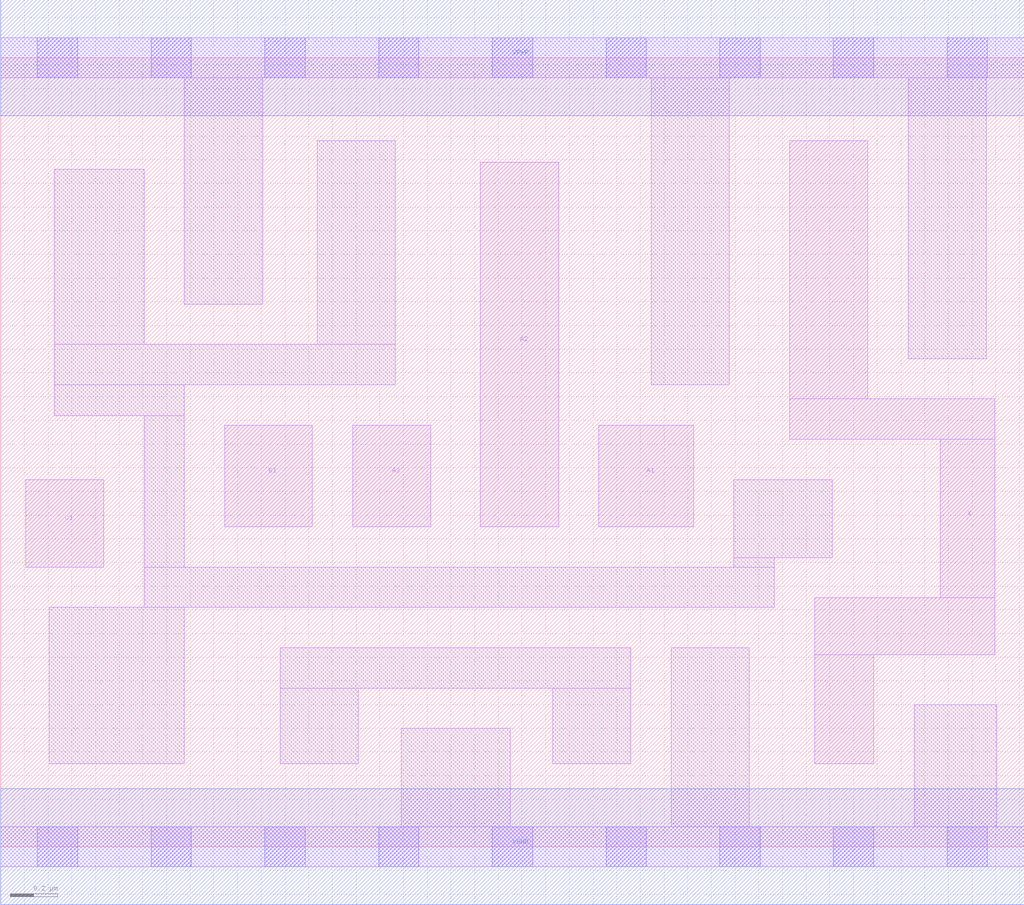
<source format=lef>
# Copyright 2020 The SkyWater PDK Authors
#
# Licensed under the Apache License, Version 2.0 (the "License");
# you may not use this file except in compliance with the License.
# You may obtain a copy of the License at
#
#     https://www.apache.org/licenses/LICENSE-2.0
#
# Unless required by applicable law or agreed to in writing, software
# distributed under the License is distributed on an "AS IS" BASIS,
# WITHOUT WARRANTIES OR CONDITIONS OF ANY KIND, either express or implied.
# See the License for the specific language governing permissions and
# limitations under the License.
#
# SPDX-License-Identifier: Apache-2.0

VERSION 5.7 ;
  NAMESCASESENSITIVE ON ;
  NOWIREEXTENSIONATPIN ON ;
  DIVIDERCHAR "/" ;
  BUSBITCHARS "[]" ;
UNITS
  DATABASE MICRONS 200 ;
END UNITS
MACRO sky130_fd_sc_ls__o311a_2
  CLASS CORE ;
  SOURCE USER ;
  FOREIGN sky130_fd_sc_ls__o311a_2 ;
  ORIGIN  0.000000  0.000000 ;
  SIZE  4.320000 BY  3.330000 ;
  SYMMETRY X Y ;
  SITE unit ;
  PIN A1
    ANTENNAGATEAREA  0.279000 ;
    DIRECTION INPUT ;
    USE SIGNAL ;
    PORT
      LAYER li1 ;
        RECT 2.525000 1.350000 2.925000 1.780000 ;
    END
  END A1
  PIN A2
    ANTENNAGATEAREA  0.279000 ;
    DIRECTION INPUT ;
    USE SIGNAL ;
    PORT
      LAYER li1 ;
        RECT 2.025000 1.350000 2.355000 2.890000 ;
    END
  END A2
  PIN A3
    ANTENNAGATEAREA  0.279000 ;
    DIRECTION INPUT ;
    USE SIGNAL ;
    PORT
      LAYER li1 ;
        RECT 1.485000 1.350000 1.815000 1.780000 ;
    END
  END A3
  PIN B1
    ANTENNAGATEAREA  0.261000 ;
    DIRECTION INPUT ;
    USE SIGNAL ;
    PORT
      LAYER li1 ;
        RECT 0.945000 1.350000 1.315000 1.780000 ;
    END
  END B1
  PIN C1
    ANTENNAGATEAREA  0.261000 ;
    DIRECTION INPUT ;
    USE SIGNAL ;
    PORT
      LAYER li1 ;
        RECT 0.105000 1.180000 0.435000 1.550000 ;
    END
  END C1
  PIN X
    ANTENNADIFFAREA  0.543200 ;
    DIRECTION OUTPUT ;
    USE SIGNAL ;
    PORT
      LAYER li1 ;
        RECT 3.330000 1.720000 4.195000 1.890000 ;
        RECT 3.330000 1.890000 3.660000 2.980000 ;
        RECT 3.435000 0.350000 3.685000 0.810000 ;
        RECT 3.435000 0.810000 4.195000 1.050000 ;
        RECT 3.965000 1.050000 4.195000 1.720000 ;
    END
  END X
  PIN VGND
    DIRECTION INOUT ;
    SHAPE ABUTMENT ;
    USE GROUND ;
    PORT
      LAYER met1 ;
        RECT 0.000000 -0.245000 4.320000 0.245000 ;
    END
  END VGND
  PIN VPWR
    DIRECTION INOUT ;
    SHAPE ABUTMENT ;
    USE POWER ;
    PORT
      LAYER met1 ;
        RECT 0.000000 3.085000 4.320000 3.575000 ;
    END
  END VPWR
  OBS
    LAYER li1 ;
      RECT 0.000000 -0.085000 4.320000 0.085000 ;
      RECT 0.000000  3.245000 4.320000 3.415000 ;
      RECT 0.205000  0.350000 0.775000 1.010000 ;
      RECT 0.225000  1.820000 0.775000 1.950000 ;
      RECT 0.225000  1.950000 1.665000 2.120000 ;
      RECT 0.225000  2.120000 0.605000 2.860000 ;
      RECT 0.605000  1.010000 3.265000 1.180000 ;
      RECT 0.605000  1.180000 0.775000 1.820000 ;
      RECT 0.775000  2.290000 1.105000 3.245000 ;
      RECT 1.180000  0.350000 1.510000 0.670000 ;
      RECT 1.180000  0.670000 2.660000 0.840000 ;
      RECT 1.335000  2.120000 1.665000 2.980000 ;
      RECT 1.690000  0.085000 2.150000 0.500000 ;
      RECT 2.330000  0.350000 2.660000 0.670000 ;
      RECT 2.745000  1.950000 3.075000 3.245000 ;
      RECT 2.830000  0.085000 3.160000 0.840000 ;
      RECT 3.095000  1.180000 3.265000 1.220000 ;
      RECT 3.095000  1.220000 3.510000 1.550000 ;
      RECT 3.830000  2.060000 4.160000 3.245000 ;
      RECT 3.855000  0.085000 4.205000 0.600000 ;
    LAYER mcon ;
      RECT 0.155000 -0.085000 0.325000 0.085000 ;
      RECT 0.155000  3.245000 0.325000 3.415000 ;
      RECT 0.635000 -0.085000 0.805000 0.085000 ;
      RECT 0.635000  3.245000 0.805000 3.415000 ;
      RECT 1.115000 -0.085000 1.285000 0.085000 ;
      RECT 1.115000  3.245000 1.285000 3.415000 ;
      RECT 1.595000 -0.085000 1.765000 0.085000 ;
      RECT 1.595000  3.245000 1.765000 3.415000 ;
      RECT 2.075000 -0.085000 2.245000 0.085000 ;
      RECT 2.075000  3.245000 2.245000 3.415000 ;
      RECT 2.555000 -0.085000 2.725000 0.085000 ;
      RECT 2.555000  3.245000 2.725000 3.415000 ;
      RECT 3.035000 -0.085000 3.205000 0.085000 ;
      RECT 3.035000  3.245000 3.205000 3.415000 ;
      RECT 3.515000 -0.085000 3.685000 0.085000 ;
      RECT 3.515000  3.245000 3.685000 3.415000 ;
      RECT 3.995000 -0.085000 4.165000 0.085000 ;
      RECT 3.995000  3.245000 4.165000 3.415000 ;
  END
END sky130_fd_sc_ls__o311a_2
END LIBRARY

</source>
